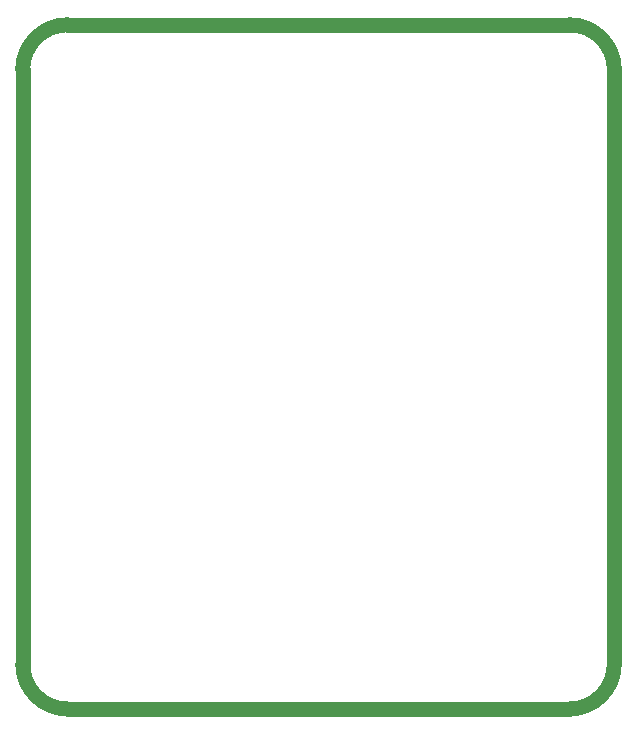
<source format=gko>
G04*
G04 #@! TF.GenerationSoftware,Altium Limited,Altium Designer,21.5.1 (32)*
G04*
G04 Layer_Color=16711935*
%FSLAX25Y25*%
%MOIN*%
G70*
G04*
G04 #@! TF.SameCoordinates,8B6BA037-C385-438B-B8BE-B681DC7B7FEC*
G04*
G04*
G04 #@! TF.FilePolarity,Positive*
G04*
G01*
G75*
%ADD95C,0.05000*%
D95*
X0Y213090D02*
G03*
X-15000Y198091I0J-15000D01*
G01*
X182220D02*
G03*
X167220Y213090I-15000J0D01*
G01*
X-15000Y0D02*
G03*
X0Y-15000I15000J0D01*
G01*
X167220D02*
G03*
X182220Y0I0J15000D01*
G01*
X182220D02*
Y198091D01*
X0Y213091D02*
X167220D01*
X-15000Y0D02*
Y198091D01*
X0Y-15000D02*
X167220D01*
M02*

</source>
